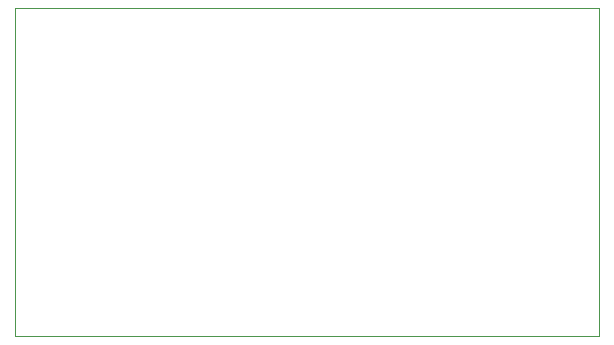
<source format=gbr>
%TF.GenerationSoftware,KiCad,Pcbnew,7.0.8*%
%TF.CreationDate,2023-12-18T21:49:31+05:30*%
%TF.ProjectId,ESP WROOM 32-Devkit V4,45535020-5752-44f4-9f4d-2033322d4465,rev?*%
%TF.SameCoordinates,Original*%
%TF.FileFunction,Profile,NP*%
%FSLAX46Y46*%
G04 Gerber Fmt 4.6, Leading zero omitted, Abs format (unit mm)*
G04 Created by KiCad (PCBNEW 7.0.8) date 2023-12-18 21:49:31*
%MOMM*%
%LPD*%
G01*
G04 APERTURE LIST*
%TA.AperFunction,Profile*%
%ADD10C,0.100000*%
%TD*%
G04 APERTURE END LIST*
D10*
X99070000Y-87820000D02*
X148520000Y-87820000D01*
X148520000Y-115570000D01*
X99070000Y-115570000D01*
X99070000Y-87820000D01*
M02*

</source>
